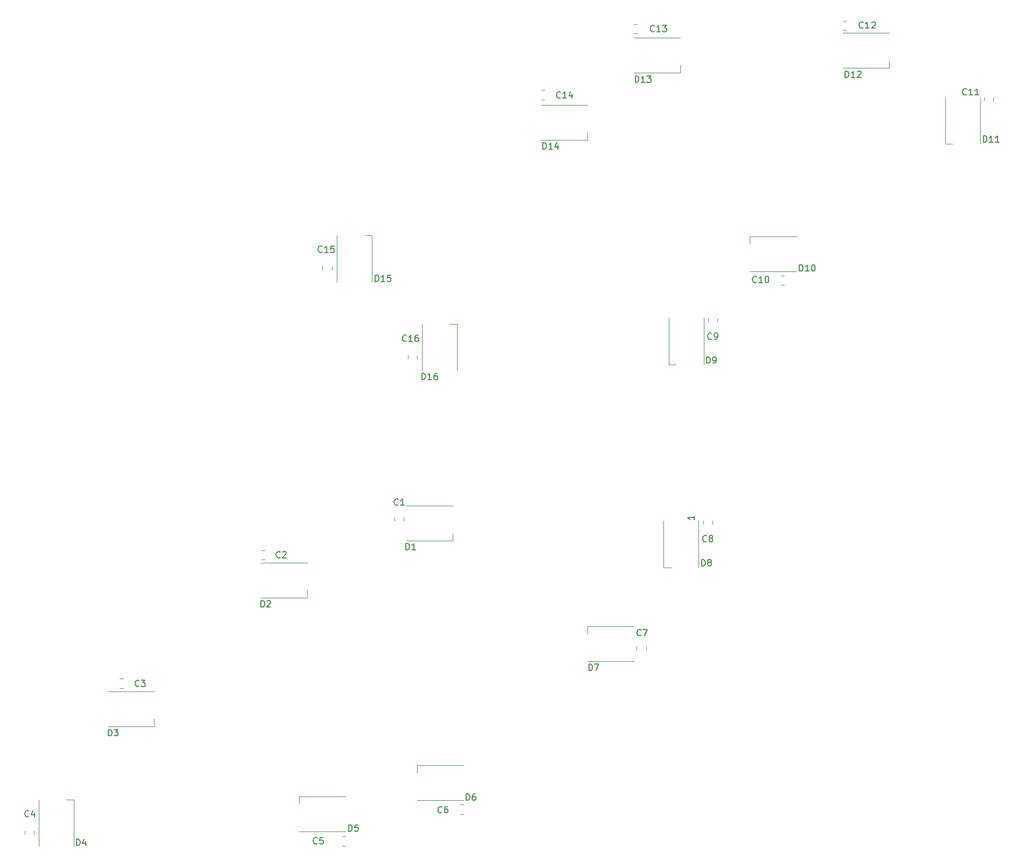
<source format=gbr>
%TF.GenerationSoftware,KiCad,Pcbnew,(6.0.1)*%
%TF.CreationDate,2022-03-18T19:46:04+01:00*%
%TF.ProjectId,pcb_v1,7063625f-7631-42e6-9b69-6361645f7063,v1*%
%TF.SameCoordinates,Original*%
%TF.FileFunction,Legend,Top*%
%TF.FilePolarity,Positive*%
%FSLAX46Y46*%
G04 Gerber Fmt 4.6, Leading zero omitted, Abs format (unit mm)*
G04 Created by KiCad (PCBNEW (6.0.1)) date 2022-03-18 19:46:04*
%MOMM*%
%LPD*%
G01*
G04 APERTURE LIST*
%ADD10C,0.150000*%
%ADD11C,0.120000*%
G04 APERTURE END LIST*
D10*
%TO.C,C13*%
X170797142Y-38647142D02*
X170749523Y-38694761D01*
X170606666Y-38742380D01*
X170511428Y-38742380D01*
X170368571Y-38694761D01*
X170273333Y-38599523D01*
X170225714Y-38504285D01*
X170178095Y-38313809D01*
X170178095Y-38170952D01*
X170225714Y-37980476D01*
X170273333Y-37885238D01*
X170368571Y-37790000D01*
X170511428Y-37742380D01*
X170606666Y-37742380D01*
X170749523Y-37790000D01*
X170797142Y-37837619D01*
X171749523Y-38742380D02*
X171178095Y-38742380D01*
X171463809Y-38742380D02*
X171463809Y-37742380D01*
X171368571Y-37885238D01*
X171273333Y-37980476D01*
X171178095Y-38028095D01*
X172082857Y-37742380D02*
X172701904Y-37742380D01*
X172368571Y-38123333D01*
X172511428Y-38123333D01*
X172606666Y-38170952D01*
X172654285Y-38218571D01*
X172701904Y-38313809D01*
X172701904Y-38551904D01*
X172654285Y-38647142D01*
X172606666Y-38694761D01*
X172511428Y-38742380D01*
X172225714Y-38742380D01*
X172130476Y-38694761D01*
X172082857Y-38647142D01*
%TO.C,D10*%
X193565714Y-76392380D02*
X193565714Y-75392380D01*
X193803809Y-75392380D01*
X193946666Y-75440000D01*
X194041904Y-75535238D01*
X194089523Y-75630476D01*
X194137142Y-75820952D01*
X194137142Y-75963809D01*
X194089523Y-76154285D01*
X194041904Y-76249523D01*
X193946666Y-76344761D01*
X193803809Y-76392380D01*
X193565714Y-76392380D01*
X195089523Y-76392380D02*
X194518095Y-76392380D01*
X194803809Y-76392380D02*
X194803809Y-75392380D01*
X194708571Y-75535238D01*
X194613333Y-75630476D01*
X194518095Y-75678095D01*
X195708571Y-75392380D02*
X195803809Y-75392380D01*
X195899047Y-75440000D01*
X195946666Y-75487619D01*
X195994285Y-75582857D01*
X196041904Y-75773333D01*
X196041904Y-76011428D01*
X195994285Y-76201904D01*
X195946666Y-76297142D01*
X195899047Y-76344761D01*
X195803809Y-76392380D01*
X195708571Y-76392380D01*
X195613333Y-76344761D01*
X195565714Y-76297142D01*
X195518095Y-76201904D01*
X195470476Y-76011428D01*
X195470476Y-75773333D01*
X195518095Y-75582857D01*
X195565714Y-75487619D01*
X195613333Y-75440000D01*
X195708571Y-75392380D01*
%TO.C,C4*%
X72533333Y-162107142D02*
X72485714Y-162154761D01*
X72342857Y-162202380D01*
X72247619Y-162202380D01*
X72104761Y-162154761D01*
X72009523Y-162059523D01*
X71961904Y-161964285D01*
X71914285Y-161773809D01*
X71914285Y-161630952D01*
X71961904Y-161440476D01*
X72009523Y-161345238D01*
X72104761Y-161250000D01*
X72247619Y-161202380D01*
X72342857Y-161202380D01*
X72485714Y-161250000D01*
X72533333Y-161297619D01*
X73390476Y-161535714D02*
X73390476Y-162202380D01*
X73152380Y-161154761D02*
X72914285Y-161869047D01*
X73533333Y-161869047D01*
%TO.C,D2*%
X109011904Y-129202380D02*
X109011904Y-128202380D01*
X109250000Y-128202380D01*
X109392857Y-128250000D01*
X109488095Y-128345238D01*
X109535714Y-128440476D01*
X109583333Y-128630952D01*
X109583333Y-128773809D01*
X109535714Y-128964285D01*
X109488095Y-129059523D01*
X109392857Y-129154761D01*
X109250000Y-129202380D01*
X109011904Y-129202380D01*
X109964285Y-128297619D02*
X110011904Y-128250000D01*
X110107142Y-128202380D01*
X110345238Y-128202380D01*
X110440476Y-128250000D01*
X110488095Y-128297619D01*
X110535714Y-128392857D01*
X110535714Y-128488095D01*
X110488095Y-128630952D01*
X109916666Y-129202380D01*
X110535714Y-129202380D01*
%TO.C,C14*%
X156047142Y-49097142D02*
X155999523Y-49144761D01*
X155856666Y-49192380D01*
X155761428Y-49192380D01*
X155618571Y-49144761D01*
X155523333Y-49049523D01*
X155475714Y-48954285D01*
X155428095Y-48763809D01*
X155428095Y-48620952D01*
X155475714Y-48430476D01*
X155523333Y-48335238D01*
X155618571Y-48240000D01*
X155761428Y-48192380D01*
X155856666Y-48192380D01*
X155999523Y-48240000D01*
X156047142Y-48287619D01*
X156999523Y-49192380D02*
X156428095Y-49192380D01*
X156713809Y-49192380D02*
X156713809Y-48192380D01*
X156618571Y-48335238D01*
X156523333Y-48430476D01*
X156428095Y-48478095D01*
X157856666Y-48525714D02*
X157856666Y-49192380D01*
X157618571Y-48144761D02*
X157380476Y-48859047D01*
X157999523Y-48859047D01*
%TO.C,C9*%
X179803333Y-87027142D02*
X179755714Y-87074761D01*
X179612857Y-87122380D01*
X179517619Y-87122380D01*
X179374761Y-87074761D01*
X179279523Y-86979523D01*
X179231904Y-86884285D01*
X179184285Y-86693809D01*
X179184285Y-86550952D01*
X179231904Y-86360476D01*
X179279523Y-86265238D01*
X179374761Y-86170000D01*
X179517619Y-86122380D01*
X179612857Y-86122380D01*
X179755714Y-86170000D01*
X179803333Y-86217619D01*
X180279523Y-87122380D02*
X180470000Y-87122380D01*
X180565238Y-87074761D01*
X180612857Y-87027142D01*
X180708095Y-86884285D01*
X180755714Y-86693809D01*
X180755714Y-86312857D01*
X180708095Y-86217619D01*
X180660476Y-86170000D01*
X180565238Y-86122380D01*
X180374761Y-86122380D01*
X180279523Y-86170000D01*
X180231904Y-86217619D01*
X180184285Y-86312857D01*
X180184285Y-86550952D01*
X180231904Y-86646190D01*
X180279523Y-86693809D01*
X180374761Y-86741428D01*
X180565238Y-86741428D01*
X180660476Y-86693809D01*
X180708095Y-86646190D01*
X180755714Y-86550952D01*
%TO.C,D16*%
X134285714Y-93452380D02*
X134285714Y-92452380D01*
X134523809Y-92452380D01*
X134666666Y-92500000D01*
X134761904Y-92595238D01*
X134809523Y-92690476D01*
X134857142Y-92880952D01*
X134857142Y-93023809D01*
X134809523Y-93214285D01*
X134761904Y-93309523D01*
X134666666Y-93404761D01*
X134523809Y-93452380D01*
X134285714Y-93452380D01*
X135809523Y-93452380D02*
X135238095Y-93452380D01*
X135523809Y-93452380D02*
X135523809Y-92452380D01*
X135428571Y-92595238D01*
X135333333Y-92690476D01*
X135238095Y-92738095D01*
X136666666Y-92452380D02*
X136476190Y-92452380D01*
X136380952Y-92500000D01*
X136333333Y-92547619D01*
X136238095Y-92690476D01*
X136190476Y-92880952D01*
X136190476Y-93261904D01*
X136238095Y-93357142D01*
X136285714Y-93404761D01*
X136380952Y-93452380D01*
X136571428Y-93452380D01*
X136666666Y-93404761D01*
X136714285Y-93357142D01*
X136761904Y-93261904D01*
X136761904Y-93023809D01*
X136714285Y-92928571D01*
X136666666Y-92880952D01*
X136571428Y-92833333D01*
X136380952Y-92833333D01*
X136285714Y-92880952D01*
X136238095Y-92928571D01*
X136190476Y-93023809D01*
%TO.C,C11*%
X219857142Y-48607142D02*
X219809523Y-48654761D01*
X219666666Y-48702380D01*
X219571428Y-48702380D01*
X219428571Y-48654761D01*
X219333333Y-48559523D01*
X219285714Y-48464285D01*
X219238095Y-48273809D01*
X219238095Y-48130952D01*
X219285714Y-47940476D01*
X219333333Y-47845238D01*
X219428571Y-47750000D01*
X219571428Y-47702380D01*
X219666666Y-47702380D01*
X219809523Y-47750000D01*
X219857142Y-47797619D01*
X220809523Y-48702380D02*
X220238095Y-48702380D01*
X220523809Y-48702380D02*
X220523809Y-47702380D01*
X220428571Y-47845238D01*
X220333333Y-47940476D01*
X220238095Y-47988095D01*
X221761904Y-48702380D02*
X221190476Y-48702380D01*
X221476190Y-48702380D02*
X221476190Y-47702380D01*
X221380952Y-47845238D01*
X221285714Y-47940476D01*
X221190476Y-47988095D01*
%TO.C,C5*%
X117833333Y-166357142D02*
X117785714Y-166404761D01*
X117642857Y-166452380D01*
X117547619Y-166452380D01*
X117404761Y-166404761D01*
X117309523Y-166309523D01*
X117261904Y-166214285D01*
X117214285Y-166023809D01*
X117214285Y-165880952D01*
X117261904Y-165690476D01*
X117309523Y-165595238D01*
X117404761Y-165500000D01*
X117547619Y-165452380D01*
X117642857Y-165452380D01*
X117785714Y-165500000D01*
X117833333Y-165547619D01*
X118738095Y-165452380D02*
X118261904Y-165452380D01*
X118214285Y-165928571D01*
X118261904Y-165880952D01*
X118357142Y-165833333D01*
X118595238Y-165833333D01*
X118690476Y-165880952D01*
X118738095Y-165928571D01*
X118785714Y-166023809D01*
X118785714Y-166261904D01*
X118738095Y-166357142D01*
X118690476Y-166404761D01*
X118595238Y-166452380D01*
X118357142Y-166452380D01*
X118261904Y-166404761D01*
X118214285Y-166357142D01*
%TO.C,C8*%
X179003333Y-118857142D02*
X178955714Y-118904761D01*
X178812857Y-118952380D01*
X178717619Y-118952380D01*
X178574761Y-118904761D01*
X178479523Y-118809523D01*
X178431904Y-118714285D01*
X178384285Y-118523809D01*
X178384285Y-118380952D01*
X178431904Y-118190476D01*
X178479523Y-118095238D01*
X178574761Y-118000000D01*
X178717619Y-117952380D01*
X178812857Y-117952380D01*
X178955714Y-118000000D01*
X179003333Y-118047619D01*
X179574761Y-118380952D02*
X179479523Y-118333333D01*
X179431904Y-118285714D01*
X179384285Y-118190476D01*
X179384285Y-118142857D01*
X179431904Y-118047619D01*
X179479523Y-118000000D01*
X179574761Y-117952380D01*
X179765238Y-117952380D01*
X179860476Y-118000000D01*
X179908095Y-118047619D01*
X179955714Y-118142857D01*
X179955714Y-118190476D01*
X179908095Y-118285714D01*
X179860476Y-118333333D01*
X179765238Y-118380952D01*
X179574761Y-118380952D01*
X179479523Y-118428571D01*
X179431904Y-118476190D01*
X179384285Y-118571428D01*
X179384285Y-118761904D01*
X179431904Y-118857142D01*
X179479523Y-118904761D01*
X179574761Y-118952380D01*
X179765238Y-118952380D01*
X179860476Y-118904761D01*
X179908095Y-118857142D01*
X179955714Y-118761904D01*
X179955714Y-118571428D01*
X179908095Y-118476190D01*
X179860476Y-118428571D01*
X179765238Y-118380952D01*
%TO.C,D7*%
X160511904Y-139202380D02*
X160511904Y-138202380D01*
X160750000Y-138202380D01*
X160892857Y-138250000D01*
X160988095Y-138345238D01*
X161035714Y-138440476D01*
X161083333Y-138630952D01*
X161083333Y-138773809D01*
X161035714Y-138964285D01*
X160988095Y-139059523D01*
X160892857Y-139154761D01*
X160750000Y-139202380D01*
X160511904Y-139202380D01*
X161416666Y-138202380D02*
X162083333Y-138202380D01*
X161654761Y-139202380D01*
%TO.C,D12*%
X200785714Y-45952380D02*
X200785714Y-44952380D01*
X201023809Y-44952380D01*
X201166666Y-45000000D01*
X201261904Y-45095238D01*
X201309523Y-45190476D01*
X201357142Y-45380952D01*
X201357142Y-45523809D01*
X201309523Y-45714285D01*
X201261904Y-45809523D01*
X201166666Y-45904761D01*
X201023809Y-45952380D01*
X200785714Y-45952380D01*
X202309523Y-45952380D02*
X201738095Y-45952380D01*
X202023809Y-45952380D02*
X202023809Y-44952380D01*
X201928571Y-45095238D01*
X201833333Y-45190476D01*
X201738095Y-45238095D01*
X202690476Y-45047619D02*
X202738095Y-45000000D01*
X202833333Y-44952380D01*
X203071428Y-44952380D01*
X203166666Y-45000000D01*
X203214285Y-45047619D01*
X203261904Y-45142857D01*
X203261904Y-45238095D01*
X203214285Y-45380952D01*
X202642857Y-45952380D01*
X203261904Y-45952380D01*
%TO.C,C12*%
X203607142Y-38107142D02*
X203559523Y-38154761D01*
X203416666Y-38202380D01*
X203321428Y-38202380D01*
X203178571Y-38154761D01*
X203083333Y-38059523D01*
X203035714Y-37964285D01*
X202988095Y-37773809D01*
X202988095Y-37630952D01*
X203035714Y-37440476D01*
X203083333Y-37345238D01*
X203178571Y-37250000D01*
X203321428Y-37202380D01*
X203416666Y-37202380D01*
X203559523Y-37250000D01*
X203607142Y-37297619D01*
X204559523Y-38202380D02*
X203988095Y-38202380D01*
X204273809Y-38202380D02*
X204273809Y-37202380D01*
X204178571Y-37345238D01*
X204083333Y-37440476D01*
X203988095Y-37488095D01*
X204940476Y-37297619D02*
X204988095Y-37250000D01*
X205083333Y-37202380D01*
X205321428Y-37202380D01*
X205416666Y-37250000D01*
X205464285Y-37297619D01*
X205511904Y-37392857D01*
X205511904Y-37488095D01*
X205464285Y-37630952D01*
X204892857Y-38202380D01*
X205511904Y-38202380D01*
%TO.C,D6*%
X141231904Y-159572380D02*
X141231904Y-158572380D01*
X141470000Y-158572380D01*
X141612857Y-158620000D01*
X141708095Y-158715238D01*
X141755714Y-158810476D01*
X141803333Y-159000952D01*
X141803333Y-159143809D01*
X141755714Y-159334285D01*
X141708095Y-159429523D01*
X141612857Y-159524761D01*
X141470000Y-159572380D01*
X141231904Y-159572380D01*
X142660476Y-158572380D02*
X142470000Y-158572380D01*
X142374761Y-158620000D01*
X142327142Y-158667619D01*
X142231904Y-158810476D01*
X142184285Y-159000952D01*
X142184285Y-159381904D01*
X142231904Y-159477142D01*
X142279523Y-159524761D01*
X142374761Y-159572380D01*
X142565238Y-159572380D01*
X142660476Y-159524761D01*
X142708095Y-159477142D01*
X142755714Y-159381904D01*
X142755714Y-159143809D01*
X142708095Y-159048571D01*
X142660476Y-159000952D01*
X142565238Y-158953333D01*
X142374761Y-158953333D01*
X142279523Y-159000952D01*
X142231904Y-159048571D01*
X142184285Y-159143809D01*
%TO.C,C16*%
X131857142Y-87357142D02*
X131809523Y-87404761D01*
X131666666Y-87452380D01*
X131571428Y-87452380D01*
X131428571Y-87404761D01*
X131333333Y-87309523D01*
X131285714Y-87214285D01*
X131238095Y-87023809D01*
X131238095Y-86880952D01*
X131285714Y-86690476D01*
X131333333Y-86595238D01*
X131428571Y-86500000D01*
X131571428Y-86452380D01*
X131666666Y-86452380D01*
X131809523Y-86500000D01*
X131857142Y-86547619D01*
X132809523Y-87452380D02*
X132238095Y-87452380D01*
X132523809Y-87452380D02*
X132523809Y-86452380D01*
X132428571Y-86595238D01*
X132333333Y-86690476D01*
X132238095Y-86738095D01*
X133666666Y-86452380D02*
X133476190Y-86452380D01*
X133380952Y-86500000D01*
X133333333Y-86547619D01*
X133238095Y-86690476D01*
X133190476Y-86880952D01*
X133190476Y-87261904D01*
X133238095Y-87357142D01*
X133285714Y-87404761D01*
X133380952Y-87452380D01*
X133571428Y-87452380D01*
X133666666Y-87404761D01*
X133714285Y-87357142D01*
X133761904Y-87261904D01*
X133761904Y-87023809D01*
X133714285Y-86928571D01*
X133666666Y-86880952D01*
X133571428Y-86833333D01*
X133380952Y-86833333D01*
X133285714Y-86880952D01*
X133238095Y-86928571D01*
X133190476Y-87023809D01*
%TO.C,C10*%
X186857142Y-78107142D02*
X186809523Y-78154761D01*
X186666666Y-78202380D01*
X186571428Y-78202380D01*
X186428571Y-78154761D01*
X186333333Y-78059523D01*
X186285714Y-77964285D01*
X186238095Y-77773809D01*
X186238095Y-77630952D01*
X186285714Y-77440476D01*
X186333333Y-77345238D01*
X186428571Y-77250000D01*
X186571428Y-77202380D01*
X186666666Y-77202380D01*
X186809523Y-77250000D01*
X186857142Y-77297619D01*
X187809523Y-78202380D02*
X187238095Y-78202380D01*
X187523809Y-78202380D02*
X187523809Y-77202380D01*
X187428571Y-77345238D01*
X187333333Y-77440476D01*
X187238095Y-77488095D01*
X188428571Y-77202380D02*
X188523809Y-77202380D01*
X188619047Y-77250000D01*
X188666666Y-77297619D01*
X188714285Y-77392857D01*
X188761904Y-77583333D01*
X188761904Y-77821428D01*
X188714285Y-78011904D01*
X188666666Y-78107142D01*
X188619047Y-78154761D01*
X188523809Y-78202380D01*
X188428571Y-78202380D01*
X188333333Y-78154761D01*
X188285714Y-78107142D01*
X188238095Y-78011904D01*
X188190476Y-77821428D01*
X188190476Y-77583333D01*
X188238095Y-77392857D01*
X188285714Y-77297619D01*
X188333333Y-77250000D01*
X188428571Y-77202380D01*
%TO.C,D4*%
X80011904Y-166702380D02*
X80011904Y-165702380D01*
X80250000Y-165702380D01*
X80392857Y-165750000D01*
X80488095Y-165845238D01*
X80535714Y-165940476D01*
X80583333Y-166130952D01*
X80583333Y-166273809D01*
X80535714Y-166464285D01*
X80488095Y-166559523D01*
X80392857Y-166654761D01*
X80250000Y-166702380D01*
X80011904Y-166702380D01*
X81440476Y-166035714D02*
X81440476Y-166702380D01*
X81202380Y-165654761D02*
X80964285Y-166369047D01*
X81583333Y-166369047D01*
%TO.C,C2*%
X112013333Y-121367142D02*
X111965714Y-121414761D01*
X111822857Y-121462380D01*
X111727619Y-121462380D01*
X111584761Y-121414761D01*
X111489523Y-121319523D01*
X111441904Y-121224285D01*
X111394285Y-121033809D01*
X111394285Y-120890952D01*
X111441904Y-120700476D01*
X111489523Y-120605238D01*
X111584761Y-120510000D01*
X111727619Y-120462380D01*
X111822857Y-120462380D01*
X111965714Y-120510000D01*
X112013333Y-120557619D01*
X112394285Y-120557619D02*
X112441904Y-120510000D01*
X112537142Y-120462380D01*
X112775238Y-120462380D01*
X112870476Y-120510000D01*
X112918095Y-120557619D01*
X112965714Y-120652857D01*
X112965714Y-120748095D01*
X112918095Y-120890952D01*
X112346666Y-121462380D01*
X112965714Y-121462380D01*
%TO.C,C15*%
X118607142Y-73357142D02*
X118559523Y-73404761D01*
X118416666Y-73452380D01*
X118321428Y-73452380D01*
X118178571Y-73404761D01*
X118083333Y-73309523D01*
X118035714Y-73214285D01*
X117988095Y-73023809D01*
X117988095Y-72880952D01*
X118035714Y-72690476D01*
X118083333Y-72595238D01*
X118178571Y-72500000D01*
X118321428Y-72452380D01*
X118416666Y-72452380D01*
X118559523Y-72500000D01*
X118607142Y-72547619D01*
X119559523Y-73452380D02*
X118988095Y-73452380D01*
X119273809Y-73452380D02*
X119273809Y-72452380D01*
X119178571Y-72595238D01*
X119083333Y-72690476D01*
X118988095Y-72738095D01*
X120464285Y-72452380D02*
X119988095Y-72452380D01*
X119940476Y-72928571D01*
X119988095Y-72880952D01*
X120083333Y-72833333D01*
X120321428Y-72833333D01*
X120416666Y-72880952D01*
X120464285Y-72928571D01*
X120511904Y-73023809D01*
X120511904Y-73261904D01*
X120464285Y-73357142D01*
X120416666Y-73404761D01*
X120321428Y-73452380D01*
X120083333Y-73452380D01*
X119988095Y-73404761D01*
X119940476Y-73357142D01*
%TO.C,D14*%
X153285714Y-57202380D02*
X153285714Y-56202380D01*
X153523809Y-56202380D01*
X153666666Y-56250000D01*
X153761904Y-56345238D01*
X153809523Y-56440476D01*
X153857142Y-56630952D01*
X153857142Y-56773809D01*
X153809523Y-56964285D01*
X153761904Y-57059523D01*
X153666666Y-57154761D01*
X153523809Y-57202380D01*
X153285714Y-57202380D01*
X154809523Y-57202380D02*
X154238095Y-57202380D01*
X154523809Y-57202380D02*
X154523809Y-56202380D01*
X154428571Y-56345238D01*
X154333333Y-56440476D01*
X154238095Y-56488095D01*
X155666666Y-56535714D02*
X155666666Y-57202380D01*
X155428571Y-56154761D02*
X155190476Y-56869047D01*
X155809523Y-56869047D01*
%TO.C,C7*%
X168703333Y-133607142D02*
X168655714Y-133654761D01*
X168512857Y-133702380D01*
X168417619Y-133702380D01*
X168274761Y-133654761D01*
X168179523Y-133559523D01*
X168131904Y-133464285D01*
X168084285Y-133273809D01*
X168084285Y-133130952D01*
X168131904Y-132940476D01*
X168179523Y-132845238D01*
X168274761Y-132750000D01*
X168417619Y-132702380D01*
X168512857Y-132702380D01*
X168655714Y-132750000D01*
X168703333Y-132797619D01*
X169036666Y-132702380D02*
X169703333Y-132702380D01*
X169274761Y-133702380D01*
%TO.C,C6*%
X137433333Y-161477142D02*
X137385714Y-161524761D01*
X137242857Y-161572380D01*
X137147619Y-161572380D01*
X137004761Y-161524761D01*
X136909523Y-161429523D01*
X136861904Y-161334285D01*
X136814285Y-161143809D01*
X136814285Y-161000952D01*
X136861904Y-160810476D01*
X136909523Y-160715238D01*
X137004761Y-160620000D01*
X137147619Y-160572380D01*
X137242857Y-160572380D01*
X137385714Y-160620000D01*
X137433333Y-160667619D01*
X138290476Y-160572380D02*
X138100000Y-160572380D01*
X138004761Y-160620000D01*
X137957142Y-160667619D01*
X137861904Y-160810476D01*
X137814285Y-161000952D01*
X137814285Y-161381904D01*
X137861904Y-161477142D01*
X137909523Y-161524761D01*
X138004761Y-161572380D01*
X138195238Y-161572380D01*
X138290476Y-161524761D01*
X138338095Y-161477142D01*
X138385714Y-161381904D01*
X138385714Y-161143809D01*
X138338095Y-161048571D01*
X138290476Y-161000952D01*
X138195238Y-160953333D01*
X138004761Y-160953333D01*
X137909523Y-161000952D01*
X137861904Y-161048571D01*
X137814285Y-161143809D01*
%TO.C,C3*%
X89833333Y-141607142D02*
X89785714Y-141654761D01*
X89642857Y-141702380D01*
X89547619Y-141702380D01*
X89404761Y-141654761D01*
X89309523Y-141559523D01*
X89261904Y-141464285D01*
X89214285Y-141273809D01*
X89214285Y-141130952D01*
X89261904Y-140940476D01*
X89309523Y-140845238D01*
X89404761Y-140750000D01*
X89547619Y-140702380D01*
X89642857Y-140702380D01*
X89785714Y-140750000D01*
X89833333Y-140797619D01*
X90166666Y-140702380D02*
X90785714Y-140702380D01*
X90452380Y-141083333D01*
X90595238Y-141083333D01*
X90690476Y-141130952D01*
X90738095Y-141178571D01*
X90785714Y-141273809D01*
X90785714Y-141511904D01*
X90738095Y-141607142D01*
X90690476Y-141654761D01*
X90595238Y-141702380D01*
X90309523Y-141702380D01*
X90214285Y-141654761D01*
X90166666Y-141607142D01*
%TO.C,D11*%
X222495714Y-56122380D02*
X222495714Y-55122380D01*
X222733809Y-55122380D01*
X222876666Y-55170000D01*
X222971904Y-55265238D01*
X223019523Y-55360476D01*
X223067142Y-55550952D01*
X223067142Y-55693809D01*
X223019523Y-55884285D01*
X222971904Y-55979523D01*
X222876666Y-56074761D01*
X222733809Y-56122380D01*
X222495714Y-56122380D01*
X224019523Y-56122380D02*
X223448095Y-56122380D01*
X223733809Y-56122380D02*
X223733809Y-55122380D01*
X223638571Y-55265238D01*
X223543333Y-55360476D01*
X223448095Y-55408095D01*
X224971904Y-56122380D02*
X224400476Y-56122380D01*
X224686190Y-56122380D02*
X224686190Y-55122380D01*
X224590952Y-55265238D01*
X224495714Y-55360476D01*
X224400476Y-55408095D01*
%TO.C,D1*%
X131761904Y-120202380D02*
X131761904Y-119202380D01*
X132000000Y-119202380D01*
X132142857Y-119250000D01*
X132238095Y-119345238D01*
X132285714Y-119440476D01*
X132333333Y-119630952D01*
X132333333Y-119773809D01*
X132285714Y-119964285D01*
X132238095Y-120059523D01*
X132142857Y-120154761D01*
X132000000Y-120202380D01*
X131761904Y-120202380D01*
X133285714Y-120202380D02*
X132714285Y-120202380D01*
X133000000Y-120202380D02*
X133000000Y-119202380D01*
X132904761Y-119345238D01*
X132809523Y-119440476D01*
X132714285Y-119488095D01*
%TO.C,D5*%
X122761904Y-164452380D02*
X122761904Y-163452380D01*
X123000000Y-163452380D01*
X123142857Y-163500000D01*
X123238095Y-163595238D01*
X123285714Y-163690476D01*
X123333333Y-163880952D01*
X123333333Y-164023809D01*
X123285714Y-164214285D01*
X123238095Y-164309523D01*
X123142857Y-164404761D01*
X123000000Y-164452380D01*
X122761904Y-164452380D01*
X124238095Y-163452380D02*
X123761904Y-163452380D01*
X123714285Y-163928571D01*
X123761904Y-163880952D01*
X123857142Y-163833333D01*
X124095238Y-163833333D01*
X124190476Y-163880952D01*
X124238095Y-163928571D01*
X124285714Y-164023809D01*
X124285714Y-164261904D01*
X124238095Y-164357142D01*
X124190476Y-164404761D01*
X124095238Y-164452380D01*
X123857142Y-164452380D01*
X123761904Y-164404761D01*
X123714285Y-164357142D01*
%TO.C,D8*%
X178221904Y-122722380D02*
X178221904Y-121722380D01*
X178460000Y-121722380D01*
X178602857Y-121770000D01*
X178698095Y-121865238D01*
X178745714Y-121960476D01*
X178793333Y-122150952D01*
X178793333Y-122293809D01*
X178745714Y-122484285D01*
X178698095Y-122579523D01*
X178602857Y-122674761D01*
X178460000Y-122722380D01*
X178221904Y-122722380D01*
X179364761Y-122150952D02*
X179269523Y-122103333D01*
X179221904Y-122055714D01*
X179174285Y-121960476D01*
X179174285Y-121912857D01*
X179221904Y-121817619D01*
X179269523Y-121770000D01*
X179364761Y-121722380D01*
X179555238Y-121722380D01*
X179650476Y-121770000D01*
X179698095Y-121817619D01*
X179745714Y-121912857D01*
X179745714Y-121960476D01*
X179698095Y-122055714D01*
X179650476Y-122103333D01*
X179555238Y-122150952D01*
X179364761Y-122150952D01*
X179269523Y-122198571D01*
X179221904Y-122246190D01*
X179174285Y-122341428D01*
X179174285Y-122531904D01*
X179221904Y-122627142D01*
X179269523Y-122674761D01*
X179364761Y-122722380D01*
X179555238Y-122722380D01*
X179650476Y-122674761D01*
X179698095Y-122627142D01*
X179745714Y-122531904D01*
X179745714Y-122341428D01*
X179698095Y-122246190D01*
X179650476Y-122198571D01*
X179555238Y-122150952D01*
X177052380Y-114889285D02*
X177052380Y-115460714D01*
X177052380Y-115175000D02*
X176052380Y-115175000D01*
X176195238Y-115270238D01*
X176290476Y-115365476D01*
X176338095Y-115460714D01*
%TO.C,C1*%
X130553333Y-113107142D02*
X130505714Y-113154761D01*
X130362857Y-113202380D01*
X130267619Y-113202380D01*
X130124761Y-113154761D01*
X130029523Y-113059523D01*
X129981904Y-112964285D01*
X129934285Y-112773809D01*
X129934285Y-112630952D01*
X129981904Y-112440476D01*
X130029523Y-112345238D01*
X130124761Y-112250000D01*
X130267619Y-112202380D01*
X130362857Y-112202380D01*
X130505714Y-112250000D01*
X130553333Y-112297619D01*
X131505714Y-113202380D02*
X130934285Y-113202380D01*
X131220000Y-113202380D02*
X131220000Y-112202380D01*
X131124761Y-112345238D01*
X131029523Y-112440476D01*
X130934285Y-112488095D01*
%TO.C,D9*%
X178991904Y-90862380D02*
X178991904Y-89862380D01*
X179230000Y-89862380D01*
X179372857Y-89910000D01*
X179468095Y-90005238D01*
X179515714Y-90100476D01*
X179563333Y-90290952D01*
X179563333Y-90433809D01*
X179515714Y-90624285D01*
X179468095Y-90719523D01*
X179372857Y-90814761D01*
X179230000Y-90862380D01*
X178991904Y-90862380D01*
X180039523Y-90862380D02*
X180230000Y-90862380D01*
X180325238Y-90814761D01*
X180372857Y-90767142D01*
X180468095Y-90624285D01*
X180515714Y-90433809D01*
X180515714Y-90052857D01*
X180468095Y-89957619D01*
X180420476Y-89910000D01*
X180325238Y-89862380D01*
X180134761Y-89862380D01*
X180039523Y-89910000D01*
X179991904Y-89957619D01*
X179944285Y-90052857D01*
X179944285Y-90290952D01*
X179991904Y-90386190D01*
X180039523Y-90433809D01*
X180134761Y-90481428D01*
X180325238Y-90481428D01*
X180420476Y-90433809D01*
X180468095Y-90386190D01*
X180515714Y-90290952D01*
%TO.C,D3*%
X85011904Y-149452380D02*
X85011904Y-148452380D01*
X85250000Y-148452380D01*
X85392857Y-148500000D01*
X85488095Y-148595238D01*
X85535714Y-148690476D01*
X85583333Y-148880952D01*
X85583333Y-149023809D01*
X85535714Y-149214285D01*
X85488095Y-149309523D01*
X85392857Y-149404761D01*
X85250000Y-149452380D01*
X85011904Y-149452380D01*
X85916666Y-148452380D02*
X86535714Y-148452380D01*
X86202380Y-148833333D01*
X86345238Y-148833333D01*
X86440476Y-148880952D01*
X86488095Y-148928571D01*
X86535714Y-149023809D01*
X86535714Y-149261904D01*
X86488095Y-149357142D01*
X86440476Y-149404761D01*
X86345238Y-149452380D01*
X86059523Y-149452380D01*
X85964285Y-149404761D01*
X85916666Y-149357142D01*
%TO.C,D15*%
X126945714Y-78012380D02*
X126945714Y-77012380D01*
X127183809Y-77012380D01*
X127326666Y-77060000D01*
X127421904Y-77155238D01*
X127469523Y-77250476D01*
X127517142Y-77440952D01*
X127517142Y-77583809D01*
X127469523Y-77774285D01*
X127421904Y-77869523D01*
X127326666Y-77964761D01*
X127183809Y-78012380D01*
X126945714Y-78012380D01*
X128469523Y-78012380D02*
X127898095Y-78012380D01*
X128183809Y-78012380D02*
X128183809Y-77012380D01*
X128088571Y-77155238D01*
X127993333Y-77250476D01*
X127898095Y-77298095D01*
X129374285Y-77012380D02*
X128898095Y-77012380D01*
X128850476Y-77488571D01*
X128898095Y-77440952D01*
X128993333Y-77393333D01*
X129231428Y-77393333D01*
X129326666Y-77440952D01*
X129374285Y-77488571D01*
X129421904Y-77583809D01*
X129421904Y-77821904D01*
X129374285Y-77917142D01*
X129326666Y-77964761D01*
X129231428Y-78012380D01*
X128993333Y-78012380D01*
X128898095Y-77964761D01*
X128850476Y-77917142D01*
%TO.C,D13*%
X167785714Y-46702380D02*
X167785714Y-45702380D01*
X168023809Y-45702380D01*
X168166666Y-45750000D01*
X168261904Y-45845238D01*
X168309523Y-45940476D01*
X168357142Y-46130952D01*
X168357142Y-46273809D01*
X168309523Y-46464285D01*
X168261904Y-46559523D01*
X168166666Y-46654761D01*
X168023809Y-46702380D01*
X167785714Y-46702380D01*
X169309523Y-46702380D02*
X168738095Y-46702380D01*
X169023809Y-46702380D02*
X169023809Y-45702380D01*
X168928571Y-45845238D01*
X168833333Y-45940476D01*
X168738095Y-45988095D01*
X169642857Y-45702380D02*
X170261904Y-45702380D01*
X169928571Y-46083333D01*
X170071428Y-46083333D01*
X170166666Y-46130952D01*
X170214285Y-46178571D01*
X170261904Y-46273809D01*
X170261904Y-46511904D01*
X170214285Y-46607142D01*
X170166666Y-46654761D01*
X170071428Y-46702380D01*
X169785714Y-46702380D01*
X169690476Y-46654761D01*
X169642857Y-46607142D01*
D11*
%TO.C,C13*%
X167558748Y-39055000D02*
X168081252Y-39055000D01*
X167558748Y-37585000D02*
X168081252Y-37585000D01*
%TO.C,D10*%
X185800000Y-70975000D02*
X185800000Y-72125000D01*
X193100000Y-70975000D02*
X185800000Y-70975000D01*
X193100000Y-76475000D02*
X185800000Y-76475000D01*
%TO.C,C4*%
X71895000Y-164378748D02*
X71895000Y-164901252D01*
X73365000Y-164378748D02*
X73365000Y-164901252D01*
%TO.C,D2*%
X116300000Y-127750000D02*
X116300000Y-126600000D01*
X109000000Y-122250000D02*
X116300000Y-122250000D01*
X109000000Y-127750000D02*
X116300000Y-127750000D01*
%TO.C,C14*%
X153028748Y-47935000D02*
X153551252Y-47935000D01*
X153028748Y-49405000D02*
X153551252Y-49405000D01*
%TO.C,C9*%
X180735000Y-83768748D02*
X180735000Y-84291252D01*
X179265000Y-83768748D02*
X179265000Y-84291252D01*
%TO.C,D16*%
X139775000Y-84750000D02*
X138625000Y-84750000D01*
X139775000Y-92050000D02*
X139775000Y-84750000D01*
X134275000Y-92050000D02*
X134275000Y-84750000D01*
%TO.C,C11*%
X222605000Y-49078748D02*
X222605000Y-49601252D01*
X224075000Y-49078748D02*
X224075000Y-49601252D01*
%TO.C,C5*%
X122281252Y-166765000D02*
X121758748Y-166765000D01*
X122281252Y-165295000D02*
X121758748Y-165295000D01*
%TO.C,C8*%
X179925000Y-115668748D02*
X179925000Y-116191252D01*
X178455000Y-115668748D02*
X178455000Y-116191252D01*
%TO.C,D7*%
X167575000Y-132250000D02*
X160275000Y-132250000D01*
X167575000Y-137750000D02*
X160275000Y-137750000D01*
X160275000Y-132250000D02*
X160275000Y-133400000D01*
%TO.C,D12*%
X207725000Y-44475000D02*
X207725000Y-43325000D01*
X200425000Y-44475000D02*
X207725000Y-44475000D01*
X200425000Y-38975000D02*
X207725000Y-38975000D01*
%TO.C,C12*%
X200398748Y-38505000D02*
X200921252Y-38505000D01*
X200398748Y-37035000D02*
X200921252Y-37035000D01*
%TO.C,D6*%
X140825000Y-159600000D02*
X133525000Y-159600000D01*
X133525000Y-154100000D02*
X133525000Y-155250000D01*
X140825000Y-154100000D02*
X133525000Y-154100000D01*
%TO.C,C16*%
X133565000Y-89648748D02*
X133565000Y-90171252D01*
X132095000Y-89648748D02*
X132095000Y-90171252D01*
%TO.C,C10*%
X190698748Y-77105000D02*
X191221252Y-77105000D01*
X190698748Y-78575000D02*
X191221252Y-78575000D01*
%TO.C,D4*%
X74075000Y-166775000D02*
X74075000Y-159475000D01*
X79575000Y-166775000D02*
X79575000Y-159475000D01*
X79575000Y-159475000D02*
X78425000Y-159475000D01*
%TO.C,C2*%
X109028748Y-120275000D02*
X109551252Y-120275000D01*
X109028748Y-121745000D02*
X109551252Y-121745000D01*
%TO.C,C15*%
X118675000Y-75688748D02*
X118675000Y-76211252D01*
X120145000Y-75688748D02*
X120145000Y-76211252D01*
%TO.C,D14*%
X153025000Y-55750000D02*
X160325000Y-55750000D01*
X160325000Y-55750000D02*
X160325000Y-54600000D01*
X153025000Y-50250000D02*
X160325000Y-50250000D01*
%TO.C,C7*%
X168025000Y-135408748D02*
X168025000Y-135931252D01*
X169495000Y-135408748D02*
X169495000Y-135931252D01*
%TO.C,C6*%
X140831252Y-161745000D02*
X140308748Y-161745000D01*
X140831252Y-160275000D02*
X140308748Y-160275000D01*
%TO.C,C3*%
X87351252Y-141935000D02*
X86828748Y-141935000D01*
X87351252Y-140465000D02*
X86828748Y-140465000D01*
%TO.C,D11*%
X216475000Y-56400000D02*
X217625000Y-56400000D01*
X221975000Y-49100000D02*
X221975000Y-56400000D01*
X216475000Y-49100000D02*
X216475000Y-56400000D01*
%TO.C,D1*%
X131825000Y-113300000D02*
X139125000Y-113300000D01*
X131825000Y-118800000D02*
X139125000Y-118800000D01*
X139125000Y-118800000D02*
X139125000Y-117650000D01*
%TO.C,D5*%
X114975000Y-158975000D02*
X114975000Y-160125000D01*
X122275000Y-158975000D02*
X114975000Y-158975000D01*
X122275000Y-164475000D02*
X114975000Y-164475000D01*
%TO.C,D8*%
X172250000Y-115675000D02*
X172250000Y-122975000D01*
X172250000Y-122975000D02*
X173400000Y-122975000D01*
X177750000Y-115675000D02*
X177750000Y-122975000D01*
%TO.C,C1*%
X129985000Y-115651252D02*
X129985000Y-115128748D01*
X131455000Y-115651252D02*
X131455000Y-115128748D01*
%TO.C,D9*%
X173050000Y-91050000D02*
X174200000Y-91050000D01*
X178550000Y-83750000D02*
X178550000Y-91050000D01*
X173050000Y-83750000D02*
X173050000Y-91050000D01*
%TO.C,D3*%
X92200000Y-147950000D02*
X92200000Y-146800000D01*
X84900000Y-142450000D02*
X92200000Y-142450000D01*
X84900000Y-147950000D02*
X92200000Y-147950000D01*
%TO.C,D15*%
X120950000Y-78100000D02*
X120950000Y-70800000D01*
X126450000Y-70800000D02*
X125300000Y-70800000D01*
X126450000Y-78100000D02*
X126450000Y-70800000D01*
%TO.C,D13*%
X167575000Y-39700000D02*
X174875000Y-39700000D01*
X167575000Y-45200000D02*
X174875000Y-45200000D01*
X174875000Y-45200000D02*
X174875000Y-44050000D01*
%TD*%
M02*

</source>
